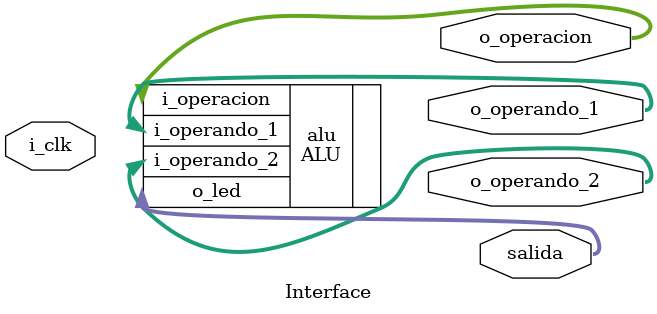
<source format=v>
`timescale 1ns / 1ps


module Interface
        (
        input i_clk,
        output [7 :0] o_operando_1,
        output [7 :0] o_operando_2,
        output [5 : 0] o_operacion,
        output [9 : 0] salida
        );
        
        	ALU #( .BUS_SIZE(8) ) alu
	(
            .i_operando_1(o_operando_1),
            .i_operando_2(o_operando_2),
            .i_operacion(o_operacion),
            .o_led(salida)
	);
	
	
	
	//assign o_operando_1 = 8'b00000010;
	//assign o_operando_2 = 8'b00000010;
	//assign o_operacion = 6'b100000;
    endmodule

</source>
